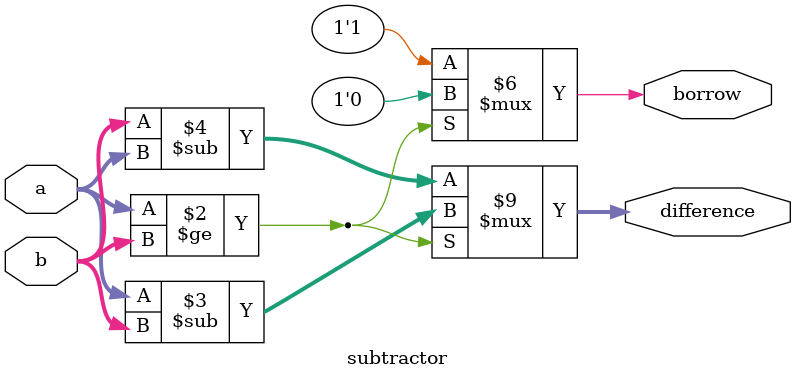
<source format=v>
module subtractor(input [3:0] a, input [3:0] b, output [7:0] difference, output borrow);
   always @(*) begin
      if (a >= b) begin
		difference= a - b;
		borrow = 0;
		end else begin
		difference = b - a;
		borrow = 1;
		end
		end
endmodule

</source>
